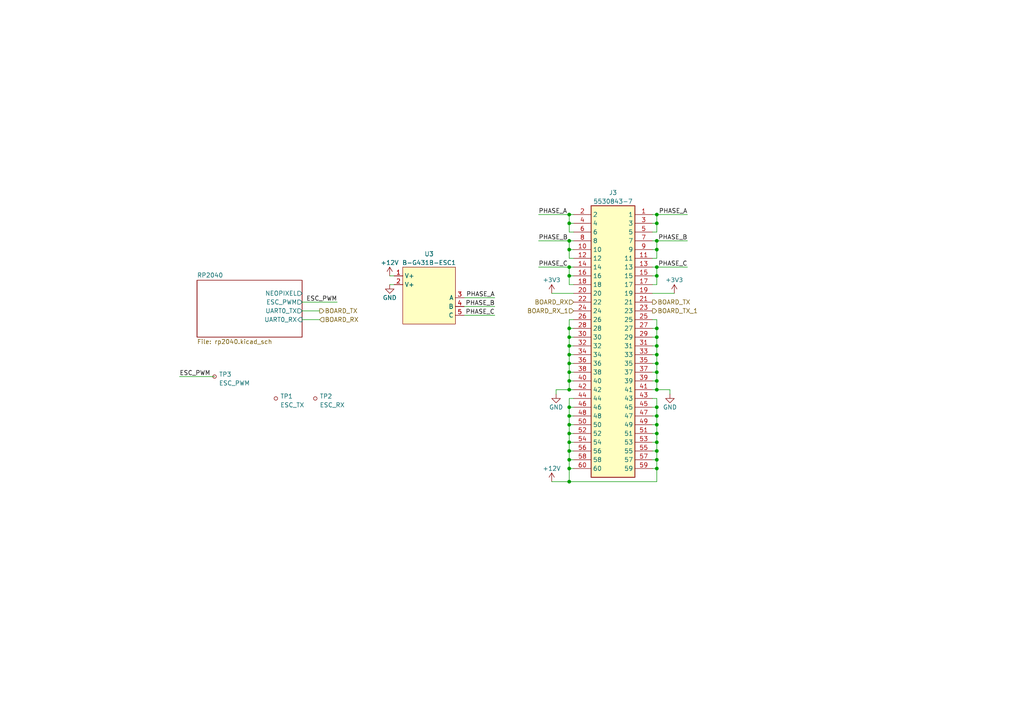
<source format=kicad_sch>
(kicad_sch (version 20230409) (generator eeschema)
  (paper "A4")
  (lib_symbols
    (symbol "B-G431B-ESC1:B-G431B-ESC1"
      (property "Reference" "U" (at -6.35 10.16 0))
      (property "Value" "B-G431B-ESC1" (at 0 -8.89 0))
      (symbol "B-G431B-ESC1_1_1"
        (rectangle (start -7.62 8.89) (end 7.62 -7.62) (fill (type background)))
        (pin power_in line (at -10.16 6.35 0) (length 2.54) (name "V+") (number "1"))
        (pin power_in line (at -10.16 3.81 0) (length 2.54) (name "V+") (number "2"))
        (pin output line (at 10.16 0 180) (length 2.54) (name "A") (number "3"))
        (pin output line (at 10.16 -2.54 180) (length 2.54) (name "B") (number "4"))
        (pin output line (at 10.16 -5.08 180) (length 2.54) (name "C") (number "5"))
      )
    )
    (symbol "Card_Edge:5530843-7"
      (property "Reference" "J" (at 19.05 7.62 0))
      (property "Value" "5530843-7" (at 19.05 5.08 0))
      (symbol "5530843-7_1_1"
        (rectangle (start 5.08 2.54) (end 17.78 -76.2) (stroke (width 0.254)) (fill (type background)))
        (pin passive line (at 22.86 0 180) (length 5.08) (name "1") (number "1"))
        (pin passive line (at 0 -10.16 0) (length 5.08) (name "10") (number "10"))
        (pin passive line (at 22.86 -12.7 180) (length 5.08) (name "11") (number "11"))
        (pin passive line (at 0 -12.7 0) (length 5.08) (name "12") (number "12"))
        (pin passive line (at 22.86 -15.24 180) (length 5.08) (name "13") (number "13"))
        (pin passive line (at 0 -15.24 0) (length 5.08) (name "14") (number "14"))
        (pin passive line (at 22.86 -17.78 180) (length 5.08) (name "15") (number "15"))
        (pin passive line (at 0 -17.78 0) (length 5.08) (name "16") (number "16"))
        (pin passive line (at 22.86 -20.32 180) (length 5.08) (name "17") (number "17"))
        (pin passive line (at 0 -20.32 0) (length 5.08) (name "18") (number "18"))
        (pin passive line (at 22.86 -22.86 180) (length 5.08) (name "19") (number "19"))
        (pin passive line (at 0 0 0) (length 5.08) (name "2") (number "2"))
        (pin passive line (at 0 -22.86 0) (length 5.08) (name "20") (number "20"))
        (pin passive line (at 22.86 -25.4 180) (length 5.08) (name "21") (number "21"))
        (pin passive line (at 0 -25.4 0) (length 5.08) (name "22") (number "22"))
        (pin passive line (at 22.86 -27.94 180) (length 5.08) (name "23") (number "23"))
        (pin passive line (at 0 -27.94 0) (length 5.08) (name "24") (number "24"))
        (pin passive line (at 22.86 -30.48 180) (length 5.08) (name "25") (number "25"))
        (pin passive line (at 0 -30.48 0) (length 5.08) (name "26") (number "26"))
        (pin passive line (at 22.86 -33.02 180) (length 5.08) (name "27") (number "27"))
        (pin passive line (at 0 -33.02 0) (length 5.08) (name "28") (number "28"))
        (pin passive line (at 22.86 -35.56 180) (length 5.08) (name "29") (number "29"))
        (pin passive line (at 22.86 -2.54 180) (length 5.08) (name "3") (number "3"))
        (pin passive line (at 0 -35.56 0) (length 5.08) (name "30") (number "30"))
        (pin passive line (at 22.86 -38.1 180) (length 5.08) (name "31") (number "31"))
        (pin passive line (at 0 -38.1 0) (length 5.08) (name "32") (number "32"))
        (pin passive line (at 22.86 -40.64 180) (length 5.08) (name "33") (number "33"))
        (pin passive line (at 0 -40.64 0) (length 5.08) (name "34") (number "34"))
        (pin passive line (at 22.86 -43.18 180) (length 5.08) (name "35") (number "35"))
        (pin passive line (at 0 -43.18 0) (length 5.08) (name "36") (number "36"))
        (pin passive line (at 22.86 -45.72 180) (length 5.08) (name "37") (number "37"))
        (pin passive line (at 0 -45.72 0) (length 5.08) (name "38") (number "38"))
        (pin passive line (at 22.86 -48.26 180) (length 5.08) (name "39") (number "39"))
        (pin passive line (at 0 -2.54 0) (length 5.08) (name "4") (number "4"))
        (pin passive line (at 0 -48.26 0) (length 5.08) (name "40") (number "40"))
        (pin passive line (at 22.86 -50.8 180) (length 5.08) (name "41") (number "41"))
        (pin passive line (at 0 -50.8 0) (length 5.08) (name "42") (number "42"))
        (pin passive line (at 22.86 -53.34 180) (length 5.08) (name "43") (number "43"))
        (pin passive line (at 0 -53.34 0) (length 5.08) (name "44") (number "44"))
        (pin passive line (at 22.86 -55.88 180) (length 5.08) (name "45") (number "45"))
        (pin passive line (at 0 -55.88 0) (length 5.08) (name "46") (number "46"))
        (pin passive line (at 22.86 -58.42 180) (length 5.08) (name "47") (number "47"))
        (pin passive line (at 0 -58.42 0) (length 5.08) (name "48") (number "48"))
        (pin passive line (at 22.86 -60.96 180) (length 5.08) (name "49") (number "49"))
        (pin passive line (at 22.86 -5.08 180) (length 5.08) (name "5") (number "5"))
        (pin passive line (at 0 -60.96 0) (length 5.08) (name "50") (number "50"))
        (pin passive line (at 22.86 -63.5 180) (length 5.08) (name "51") (number "51"))
        (pin passive line (at 0 -63.5 0) (length 5.08) (name "52") (number "52"))
        (pin passive line (at 22.86 -66.04 180) (length 5.08) (name "53") (number "53"))
        (pin passive line (at 0 -66.04 0) (length 5.08) (name "54") (number "54"))
        (pin passive line (at 22.86 -68.58 180) (length 5.08) (name "55") (number "55"))
        (pin passive line (at 0 -68.58 0) (length 5.08) (name "56") (number "56"))
        (pin passive line (at 22.86 -71.12 180) (length 5.08) (name "57") (number "57"))
        (pin passive line (at 0 -71.12 0) (length 5.08) (name "58") (number "58"))
        (pin passive line (at 22.86 -73.66 180) (length 5.08) (name "59") (number "59"))
        (pin passive line (at 0 -5.08 0) (length 5.08) (name "6") (number "6"))
        (pin passive line (at 0 -73.66 0) (length 5.08) (name "60") (number "60"))
        (pin passive line (at 22.86 -7.62 180) (length 5.08) (name "7") (number "7"))
        (pin passive line (at 0 -7.62 0) (length 5.08) (name "8") (number "8"))
        (pin passive line (at 22.86 -10.16 180) (length 5.08) (name "9") (number "9"))
      )
    )
    (symbol "Connector:TestPoint_Small" (pin_numbers hide) (pin_names (offset 0.762) hide)
      (property "Reference" "TP" (at 0 3.81 0))
      (property "Value" "TestPoint_Small" (at 0 2.032 0))
      (symbol "TestPoint_Small_0_1"
        (circle (center 0 0) (radius 0.508))
      )
      (symbol "TestPoint_Small_1_1"
        (pin passive line (at 0 0 90) (length 0) (name "1") (number "1"))
      )
    )
    (symbol "power:+12V" (power) (pin_names (offset 0))
      (property "Value" "+12V" (at 0 3.556 0))
      (symbol "+12V_0_1"
        (polyline (pts (xy -0.762 1.27) (xy 0 2.54)))
        (polyline (pts (xy 0 0) (xy 0 2.54)))
        (polyline (pts (xy 0 2.54) (xy 0.762 1.27)))
      )
      (symbol "+12V_1_1"
        (pin power_in line (at 0 0 90) (length 0) hide (name "+12V") (number "1"))
      )
    )
    (symbol "power:+3.3V" (power) (pin_names (offset 0))
      (property "Value" "+3.3V" (at 0 3.556 0))
      (symbol "+3.3V_0_1"
        (polyline (pts (xy -0.762 1.27) (xy 0 2.54)))
        (polyline (pts (xy 0 0) (xy 0 2.54)))
        (polyline (pts (xy 0 2.54) (xy 0.762 1.27)))
      )
      (symbol "+3.3V_1_1"
        (pin power_in line (at 0 0 90) (length 0) hide (name "+3.3V") (number "1"))
      )
    )
    (symbol "power:GND" (power) (pin_names (offset 0))
      (property "Value" "GND" (at 0 -3.81 0))
      (symbol "GND_0_1"
        (polyline (pts (xy 0 0) (xy 0 -1.27) (xy 1.27 -1.27) (xy 0 -2.54) (xy -1.27 -1.27) (xy 0 -1.27)))
      )
      (symbol "GND_1_1"
        (pin power_in line (at 0 0 270) (length 0) hide (name "GND") (number "1"))
      )
    )
  )
  (junction (at 165.1 77.47))
  (junction (at 165.1 118.11))
  (junction (at 190.5 80.01))
  (junction (at 165.1 139.7))
  (junction (at 165.1 130.81))
  (junction (at 190.5 62.23))
  (junction (at 165.1 62.23))
  (junction (at 165.1 125.73))
  (junction (at 165.1 110.49))
  (junction (at 190.5 72.39))
  (junction (at 165.1 120.65))
  (junction (at 165.1 72.39))
  (junction (at 190.5 102.87))
  (junction (at 190.5 135.89))
  (junction (at 165.1 80.01))
  (junction (at 165.1 107.95))
  (junction (at 190.5 128.27))
  (junction (at 190.5 100.33))
  (junction (at 165.1 100.33))
  (junction (at 165.1 135.89))
  (junction (at 190.5 77.47))
  (junction (at 165.1 128.27))
  (junction (at 165.1 105.41))
  (junction (at 165.1 64.77))
  (junction (at 190.5 105.41))
  (junction (at 190.5 120.65))
  (junction (at 190.5 125.73))
  (junction (at 190.5 118.11))
  (junction (at 190.5 113.03))
  (junction (at 190.5 133.35))
  (junction (at 165.1 113.03))
  (junction (at 190.5 97.79))
  (junction (at 165.1 102.87))
  (junction (at 165.1 123.19))
  (junction (at 165.1 69.85))
  (junction (at 190.5 123.19))
  (junction (at 190.5 110.49))
  (junction (at 190.5 95.25))
  (junction (at 190.5 130.81))
  (junction (at 165.1 133.35))
  (junction (at 165.1 95.25))
  (junction (at 190.5 64.77))
  (junction (at 190.5 69.85))
  (junction (at 190.5 107.95))
  (junction (at 165.1 97.79))
  (wire (pts (xy 156.21 62.23) (xy 165.1 62.23)))
  (wire (pts (xy 165.1 120.65) (xy 166.37 120.65)))
  (wire (pts (xy 165.1 113.03) (xy 161.29 113.03)))
  (wire (pts (xy 165.1 100.33) (xy 165.1 102.87)))
  (wire (pts (xy 165.1 135.89) (xy 165.1 139.7)))
  (wire (pts (xy 165.1 107.95) (xy 166.37 107.95)))
  (wire (pts (xy 134.62 86.36) (xy 143.51 86.36)))
  (wire (pts (xy 190.5 113.03) (xy 194.31 113.03)))
  (wire (pts (xy 190.5 82.55) (xy 189.23 82.55)))
  (wire (pts (xy 161.29 113.03) (xy 161.29 114.3)))
  (wire (pts (xy 113.03 80.01) (xy 114.3 80.01)))
  (wire (pts (xy 165.1 125.73) (xy 165.1 128.27)))
  (wire (pts (xy 165.1 135.89) (xy 166.37 135.89)))
  (wire (pts (xy 189.23 105.41) (xy 190.5 105.41)))
  (wire (pts (xy 165.1 64.77) (xy 165.1 67.31)))
  (wire (pts (xy 166.37 123.19) (xy 165.1 123.19)))
  (wire (pts (xy 190.5 139.7) (xy 190.5 135.89)))
  (wire (pts (xy 190.5 125.73) (xy 190.5 123.19)))
  (wire (pts (xy 190.5 118.11) (xy 190.5 115.57)))
  (wire (pts (xy 189.23 97.79) (xy 190.5 97.79)))
  (wire (pts (xy 165.1 69.85) (xy 165.1 72.39)))
  (wire (pts (xy 190.5 130.81) (xy 190.5 128.27)))
  (wire (pts (xy 190.5 133.35) (xy 190.5 130.81)))
  (wire (pts (xy 166.37 92.71) (xy 165.1 92.71)))
  (wire (pts (xy 165.1 133.35) (xy 166.37 133.35)))
  (wire (pts (xy 190.5 62.23) (xy 190.5 64.77)))
  (wire (pts (xy 165.1 125.73) (xy 166.37 125.73)))
  (wire (pts (xy 189.23 69.85) (xy 190.5 69.85)))
  (wire (pts (xy 189.23 128.27) (xy 190.5 128.27)))
  (wire (pts (xy 190.5 69.85) (xy 199.39 69.85)))
  (wire (pts (xy 165.1 72.39) (xy 165.1 74.93)))
  (wire (pts (xy 190.5 95.25) (xy 190.5 97.79)))
  (wire (pts (xy 190.5 64.77) (xy 190.5 67.31)))
  (wire (pts (xy 87.63 92.71) (xy 92.71 92.71)))
  (wire (pts (xy 189.23 77.47) (xy 190.5 77.47)))
  (wire (pts (xy 190.5 102.87) (xy 190.5 105.41)))
  (wire (pts (xy 189.23 64.77) (xy 190.5 64.77)))
  (wire (pts (xy 165.1 72.39) (xy 166.37 72.39)))
  (wire (pts (xy 189.23 125.73) (xy 190.5 125.73)))
  (wire (pts (xy 165.1 128.27) (xy 166.37 128.27)))
  (wire (pts (xy 165.1 110.49) (xy 165.1 113.03)))
  (wire (pts (xy 190.5 107.95) (xy 190.5 110.49)))
  (wire (pts (xy 190.5 74.93) (xy 189.23 74.93)))
  (wire (pts (xy 190.5 120.65) (xy 190.5 118.11)))
  (wire (pts (xy 190.5 110.49) (xy 190.5 113.03)))
  (wire (pts (xy 165.1 130.81) (xy 165.1 133.35)))
  (wire (pts (xy 156.21 69.85) (xy 165.1 69.85)))
  (wire (pts (xy 156.21 77.47) (xy 165.1 77.47)))
  (wire (pts (xy 189.23 92.71) (xy 190.5 92.71)))
  (wire (pts (xy 165.1 130.81) (xy 166.37 130.81)))
  (wire (pts (xy 165.1 74.93) (xy 166.37 74.93)))
  (wire (pts (xy 52.07 109.22) (xy 62.23 109.22)))
  (wire (pts (xy 190.5 77.47) (xy 190.5 80.01)))
  (wire (pts (xy 165.1 115.57) (xy 165.1 118.11)))
  (wire (pts (xy 165.1 97.79) (xy 166.37 97.79)))
  (wire (pts (xy 166.37 69.85) (xy 165.1 69.85)))
  (wire (pts (xy 165.1 133.35) (xy 165.1 135.89)))
  (wire (pts (xy 134.62 88.9) (xy 143.51 88.9)))
  (wire (pts (xy 190.5 69.85) (xy 190.5 72.39)))
  (wire (pts (xy 165.1 118.11) (xy 166.37 118.11)))
  (wire (pts (xy 190.5 123.19) (xy 190.5 120.65)))
  (wire (pts (xy 165.1 82.55) (xy 166.37 82.55)))
  (wire (pts (xy 190.5 113.03) (xy 189.23 113.03)))
  (wire (pts (xy 165.1 102.87) (xy 165.1 105.41)))
  (wire (pts (xy 190.5 105.41) (xy 190.5 107.95)))
  (wire (pts (xy 190.5 72.39) (xy 190.5 74.93)))
  (wire (pts (xy 165.1 67.31) (xy 166.37 67.31)))
  (wire (pts (xy 189.23 130.81) (xy 190.5 130.81)))
  (wire (pts (xy 190.5 97.79) (xy 190.5 100.33)))
  (wire (pts (xy 165.1 120.65) (xy 165.1 123.19)))
  (wire (pts (xy 189.23 95.25) (xy 190.5 95.25)))
  (wire (pts (xy 166.37 77.47) (xy 165.1 77.47)))
  (wire (pts (xy 189.23 80.01) (xy 190.5 80.01)))
  (wire (pts (xy 165.1 128.27) (xy 165.1 130.81)))
  (wire (pts (xy 165.1 102.87) (xy 166.37 102.87)))
  (wire (pts (xy 190.5 92.71) (xy 190.5 95.25)))
  (wire (pts (xy 165.1 118.11) (xy 165.1 120.65)))
  (wire (pts (xy 190.5 100.33) (xy 190.5 102.87)))
  (wire (pts (xy 190.5 62.23) (xy 199.39 62.23)))
  (wire (pts (xy 165.1 64.77) (xy 166.37 64.77)))
  (wire (pts (xy 165.1 95.25) (xy 166.37 95.25)))
  (wire (pts (xy 190.5 67.31) (xy 189.23 67.31)))
  (wire (pts (xy 190.5 135.89) (xy 190.5 133.35)))
  (wire (pts (xy 189.23 62.23) (xy 190.5 62.23)))
  (wire (pts (xy 166.37 62.23) (xy 165.1 62.23)))
  (wire (pts (xy 165.1 100.33) (xy 166.37 100.33)))
  (wire (pts (xy 189.23 118.11) (xy 190.5 118.11)))
  (wire (pts (xy 113.03 82.55) (xy 114.3 82.55)))
  (wire (pts (xy 165.1 62.23) (xy 165.1 64.77)))
  (wire (pts (xy 189.23 120.65) (xy 190.5 120.65)))
  (wire (pts (xy 189.23 123.19) (xy 190.5 123.19)))
  (wire (pts (xy 195.58 85.09) (xy 189.23 85.09)))
  (wire (pts (xy 190.5 77.47) (xy 199.39 77.47)))
  (wire (pts (xy 87.63 87.63) (xy 97.79 87.63)))
  (wire (pts (xy 189.23 102.87) (xy 190.5 102.87)))
  (wire (pts (xy 190.5 80.01) (xy 190.5 82.55)))
  (wire (pts (xy 165.1 123.19) (xy 165.1 125.73)))
  (wire (pts (xy 194.31 113.03) (xy 194.31 114.3)))
  (wire (pts (xy 189.23 135.89) (xy 190.5 135.89)))
  (wire (pts (xy 189.23 72.39) (xy 190.5 72.39)))
  (wire (pts (xy 189.23 107.95) (xy 190.5 107.95)))
  (wire (pts (xy 165.1 107.95) (xy 165.1 110.49)))
  (wire (pts (xy 160.02 85.09) (xy 166.37 85.09)))
  (wire (pts (xy 189.23 115.57) (xy 190.5 115.57)))
  (wire (pts (xy 165.1 77.47) (xy 165.1 80.01)))
  (wire (pts (xy 165.1 139.7) (xy 190.5 139.7)))
  (wire (pts (xy 190.5 128.27) (xy 190.5 125.73)))
  (wire (pts (xy 134.62 91.44) (xy 143.51 91.44)))
  (wire (pts (xy 165.1 95.25) (xy 165.1 97.79)))
  (wire (pts (xy 87.63 90.17) (xy 92.71 90.17)))
  (wire (pts (xy 189.23 133.35) (xy 190.5 133.35)))
  (wire (pts (xy 165.1 105.41) (xy 166.37 105.41)))
  (wire (pts (xy 165.1 80.01) (xy 166.37 80.01)))
  (wire (pts (xy 165.1 80.01) (xy 165.1 82.55)))
  (wire (pts (xy 165.1 110.49) (xy 166.37 110.49)))
  (wire (pts (xy 165.1 105.41) (xy 165.1 107.95)))
  (wire (pts (xy 165.1 113.03) (xy 166.37 113.03)))
  (wire (pts (xy 160.02 139.7) (xy 165.1 139.7)))
  (wire (pts (xy 165.1 92.71) (xy 165.1 95.25)))
  (wire (pts (xy 189.23 100.33) (xy 190.5 100.33)))
  (wire (pts (xy 166.37 115.57) (xy 165.1 115.57)))
  (wire (pts (xy 165.1 97.79) (xy 165.1 100.33)))
  (wire (pts (xy 189.23 110.49) (xy 190.5 110.49)))
  (label "PHASE_A" (at 199.39 62.23 180))
  (label "PHASE_B" (at 143.51 88.9 180))
  (label "ESC_PWM" (at 52.07 109.22 0))
  (label "PHASE_B" (at 199.39 69.85 180))
  (label "ESC_PWM" (at 97.79 87.63 180))
  (label "PHASE_C" (at 143.51 91.44 180))
  (label "PHASE_A" (at 156.21 62.23 0))
  (label "PHASE_C" (at 156.21 77.47 0))
  (label "PHASE_B" (at 156.21 69.85 0))
  (label "PHASE_C" (at 199.39 77.47 180))
  (label "PHASE_A" (at 143.51 86.36 180))
  (hierarchical_label "BOARD_TX" (shape output) (at 92.71 90.17 0))
  (hierarchical_label "BOARD_TX" (shape output) (at 189.23 87.63 0))
  (hierarchical_label "BOARD_RX_1" (shape input) (at 166.37 90.17 180))
  (hierarchical_label "BOARD_RX" (shape input) (at 92.71 92.71 0))
  (hierarchical_label "BOARD_TX_1" (shape output) (at 189.23 90.17 0))
  (hierarchical_label "BOARD_RX" (shape input) (at 166.37 87.63 180))
  (symbol (lib_id "Connector:TestPoint_Small") (at 91.44 115.57 0) (unit 1)
    (property "Reference" "TP2" (at 92.71 114.935 0) (effects (justify left)))
    (property "Value" "ESC_RX" (at 92.71 117.475 0) (effects (justify left)))
    (property "Footprint" "TestPoint:TestPoint_THTPad_D2.5mm_Drill1.2mm" (effects hide))
  )
  (symbol (lib_id "Connector:TestPoint_Small") (at 80.01 115.57 0) (unit 1)
    (property "Reference" "TP1" (at 81.28 114.935 0) (effects (justify left)))
    (property "Value" "ESC_TX" (at 81.28 117.475 0) (effects (justify left)))
    (property "Footprint" "TestPoint:TestPoint_THTPad_D2.5mm_Drill1.2mm" (effects hide))
  )
  (symbol (lib_id "power:GND") (at 113.03 82.55 0) (unit 1)
    (property "Reference" "#PWR029" (effects hide))
    (property "Value" "GND" (at 113.03 86.36 0))
  )
  (symbol (lib_id "Card_Edge:5530843-7") (at 166.37 62.23 0) (unit 1)
    (property "Reference" "J3" (at 177.8 55.88 0))
    (property "Value" "5530843-7" (at 177.8 58.42 0))
    (property "Footprint" "5530843-7_PCB_Edge:TE_5530843-7_PCB_Edge" (effects hide))
    (property "Datasheet" "http://www.te.com/commerce/DocumentDelivery/DDEController?Action=srchrtrv&DocNm=5530843&DocType=Customer+Drawing&DocLang=English" (effects hide))
    (property "Height" "15.494" (effects hide))
    (property "Manufacturer_Name" "TE Connectivity" (effects hide))
    (property "Manufacturer_Part_Number" "5530843-7" (effects hide))
    (property "Mouser Part Number" "571-5530843-7" (effects hide))
    (property "Mouser Price/Stock" "https://www.mouser.co.uk/ProductDetail/TE-Connectivity/5530843-7?qs=CWN9I2qbSLtja0SlxvLT%2FQ%3D%3D" (effects hide))
    (property "Arrow Part Number" "5530843-7" (effects hide))
    (property "Arrow Price/Stock" "https://www.arrow.com/en/products/5530843-7/te-connectivity" (effects hide))
  )
  (symbol (lib_id "B-G431B-ESC1:B-G431B-ESC1") (at 124.46 86.36 0) (unit 1)
    (property "Reference" "U3" (at 124.46 73.66 0))
    (property "Value" "B-G431B-ESC1" (at 124.46 76.2 0))
    (property "Footprint" "B-G431B-ESC1:B-G431B-ESC1_MOUNT" (effects hide))
  )
  (symbol (lib_id "Connector:TestPoint_Small") (at 62.23 109.22 0) (unit 1)
    (property "Reference" "TP3" (at 63.5 108.585 0) (effects (justify left)))
    (property "Value" "ESC_PWM" (at 63.5 111.125 0) (effects (justify left)))
    (property "Footprint" "TestPoint:TestPoint_THTPad_D2.5mm_Drill1.2mm" (effects hide))
  )
  (symbol (lib_id "power:+3.3V") (at 160.02 85.09 0) (unit 1)
    (property "Reference" "#PWR030" (effects hide))
    (property "Value" "+3V3" (at 160.02 81.28 0))
  )
  (symbol (lib_id "power:GND") (at 194.31 114.3 0) (unit 1)
    (property "Reference" "#PWR028" (effects hide))
    (property "Value" "GND" (at 194.31 118.11 0))
  )
  (symbol (lib_id "power:+12V") (at 113.03 80.01 0) (unit 1)
    (property "Reference" "#PWR033" (effects hide))
    (property "Value" "+12V" (at 113.03 76.2 0))
  )
  (symbol (lib_id "power:+12V") (at 160.02 139.7 0) (unit 1)
    (property "Reference" "#PWR032" (effects hide))
    (property "Value" "+12V" (at 160.02 135.89 0))
  )
  (symbol (lib_id "power:+3.3V") (at 195.58 85.09 0) (unit 1)
    (property "Reference" "#PWR031" (effects hide))
    (property "Value" "+3V3" (at 195.58 81.28 0))
  )
  (symbol (lib_id "power:GND") (at 161.29 114.3 0) (unit 1)
    (property "Reference" "#PWR027" (effects hide))
    (property "Value" "GND" (at 161.29 118.11 0))
  )
  (sheet (at 57.15 81.28) (size 30.48 16.51) (stroke (width 0.1524))
    (property "Sheetname" "RP2040" (at 57.15 80.5684 0) (effects (justify left bottom)))
    (property "Sheetfile" "rp2040.kicad_sch" (at 57.15 98.3746 0) (effects (justify left top)))
    (pin "NEOPIXEL" output (at 87.63 85.09 0))
    (pin "ESC_PWM" output (at 87.63 87.63 0))
    (pin "UART0_TX" output (at 87.63 90.17 0))
    (pin "UART0_RX" input (at 87.63 92.71 0))
  )
)
</source>
